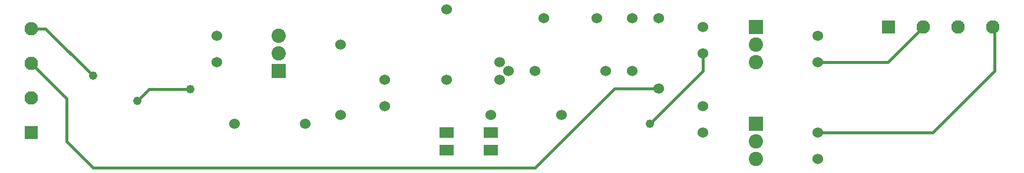
<source format=gbr>
G04 EasyPC Gerber Version 21.0.3 Build 4286 *
G04 #@! TF.Part,Single*
G04 #@! TF.FileFunction,Copper,L2,Bot *
G04 #@! TF.FilePolarity,Positive *
%FSLAX35Y35*%
%MOIN*%
G04 #@! TA.AperFunction,ComponentPad*
%ADD71R,0.07677X0.07677*%
%ADD24R,0.08091X0.08091*%
G04 #@! TD.AperFunction*
%ADD27C,0.01500*%
G04 #@! TA.AperFunction,ViaPad*
%ADD28C,0.04800*%
G04 #@! TA.AperFunction,ComponentPad*
%ADD23C,0.06000*%
%ADD20C,0.07677*%
%ADD25C,0.08091*%
%ADD26R,0.08000X0.06000*%
X0Y0D02*
D02*
D71*
X20250Y30250D03*
X505250Y90250D03*
D02*
D20*
X20250Y49935D03*
Y69620D03*
Y89305D03*
X524935Y90250D03*
X544620D03*
X564305D03*
D02*
D23*
X125250Y70250D03*
Y85250D03*
X135250Y35250D03*
X175250D03*
X195250Y40250D03*
Y80250D03*
X220250Y45250D03*
Y60250D03*
X255250D03*
Y100250D03*
X280250Y40250D03*
X285250Y60250D03*
Y70250D03*
X290250Y65250D03*
X305250D03*
X310250Y95250D03*
X320250Y40250D03*
X340250Y95250D03*
X345250Y65250D03*
X360250D03*
Y95250D03*
X375250Y55250D03*
Y95250D03*
X400250Y30250D03*
Y45250D03*
Y75250D03*
Y90250D03*
X465250Y15250D03*
Y30250D03*
Y70250D03*
Y85250D03*
D02*
D24*
X160250Y65250D03*
X430250Y35250D03*
Y90250D03*
D02*
D25*
X160250Y75230D03*
Y85211D03*
X430250Y15289D03*
Y25270D03*
Y70289D03*
Y80270D03*
D02*
D26*
X255250Y20250D03*
Y30250D03*
X280250Y20250D03*
Y30250D03*
D02*
D27*
X20250Y89305D02*
X28321D01*
X55250Y62376*
X110250Y54750D02*
X86876D01*
X80250Y48124*
X375250Y55250D02*
X350250D01*
X305250Y10250*
X55250*
X40250Y25250*
Y49620*
X20250Y69620*
X400250Y75250D02*
Y65250D01*
X370250Y35250*
X465250Y30250D02*
X530250D01*
X565250Y65250*
Y89305*
X564305Y90250*
X465250Y70250D02*
X504935D01*
X524935Y90250*
D02*
D28*
X55250Y62376D03*
X80250Y48124D03*
X110250Y54750D03*
X370250Y35250D03*
X0Y0D02*
M02*

</source>
